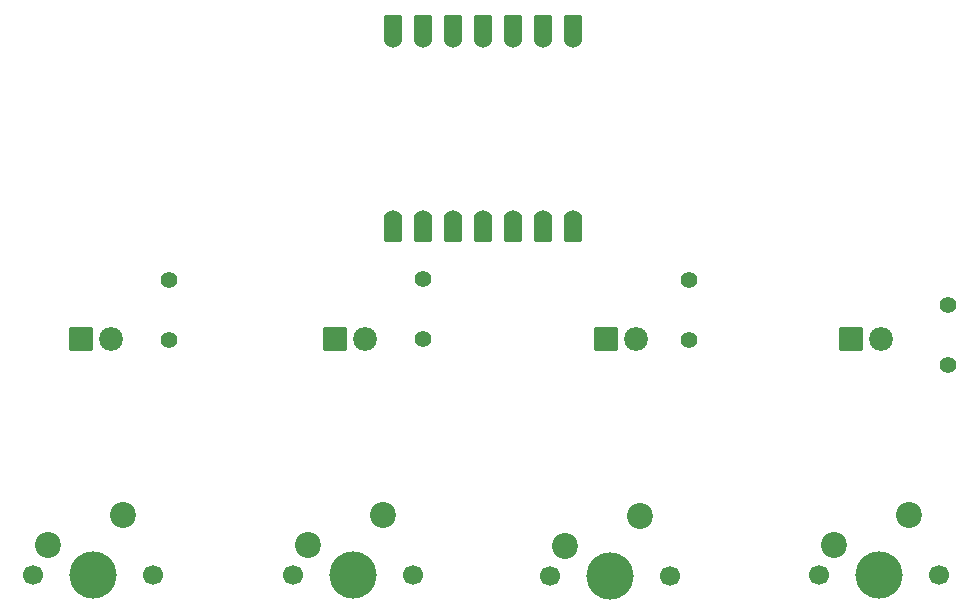
<source format=gbr>
%TF.GenerationSoftware,KiCad,Pcbnew,9.0.2*%
%TF.CreationDate,2025-07-01T17:28:42-07:00*%
%TF.ProjectId,pathfinder,70617468-6669-46e6-9465-722e6b696361,rev?*%
%TF.SameCoordinates,Original*%
%TF.FileFunction,Soldermask,Bot*%
%TF.FilePolarity,Negative*%
%FSLAX46Y46*%
G04 Gerber Fmt 4.6, Leading zero omitted, Abs format (unit mm)*
G04 Created by KiCad (PCBNEW 9.0.2) date 2025-07-01 17:28:42*
%MOMM*%
%LPD*%
G01*
G04 APERTURE LIST*
G04 Aperture macros list*
%AMRoundRect*
0 Rectangle with rounded corners*
0 $1 Rounding radius*
0 $2 $3 $4 $5 $6 $7 $8 $9 X,Y pos of 4 corners*
0 Add a 4 corners polygon primitive as box body*
4,1,4,$2,$3,$4,$5,$6,$7,$8,$9,$2,$3,0*
0 Add four circle primitives for the rounded corners*
1,1,$1+$1,$2,$3*
1,1,$1+$1,$4,$5*
1,1,$1+$1,$6,$7*
1,1,$1+$1,$8,$9*
0 Add four rect primitives between the rounded corners*
20,1,$1+$1,$2,$3,$4,$5,0*
20,1,$1+$1,$4,$5,$6,$7,0*
20,1,$1+$1,$6,$7,$8,$9,0*
20,1,$1+$1,$8,$9,$2,$3,0*%
G04 Aperture macros list end*
%ADD10C,1.700000*%
%ADD11C,4.000000*%
%ADD12C,2.200000*%
%ADD13C,2.019000*%
%ADD14RoundRect,0.102000X-0.907500X-0.907500X0.907500X-0.907500X0.907500X0.907500X-0.907500X0.907500X0*%
%ADD15C,1.400000*%
%ADD16RoundRect,0.152400X-0.609600X1.063600X-0.609600X-1.063600X0.609600X-1.063600X0.609600X1.063600X0*%
%ADD17C,1.524000*%
%ADD18RoundRect,0.152400X0.609600X-1.063600X0.609600X1.063600X-0.609600X1.063600X-0.609600X-1.063600X0*%
G04 APERTURE END LIST*
D10*
%TO.C,SW2*%
X111500000Y-133000000D03*
D11*
X116580000Y-133000000D03*
D10*
X121660000Y-133000000D03*
D12*
X119120000Y-127920000D03*
X112770000Y-130460000D03*
%TD*%
D13*
%TO.C,D1*%
X96040000Y-113000000D03*
D14*
X93500000Y-113000000D03*
%TD*%
D13*
%TO.C,D4*%
X161270000Y-113000000D03*
D14*
X158730000Y-113000000D03*
%TD*%
D13*
%TO.C,D3*%
X140540000Y-113000000D03*
D14*
X138000000Y-113000000D03*
%TD*%
D10*
%TO.C,SW3*%
X133230000Y-133040000D03*
D11*
X138310000Y-133040000D03*
D10*
X143390000Y-133040000D03*
D12*
X140850000Y-127960000D03*
X134500000Y-130500000D03*
%TD*%
D13*
%TO.C,D2*%
X117540000Y-113000000D03*
D14*
X115000000Y-113000000D03*
%TD*%
D10*
%TO.C,SW4*%
X156000000Y-133000000D03*
D11*
X161080000Y-133000000D03*
D10*
X166160000Y-133000000D03*
D12*
X163620000Y-127920000D03*
X157270000Y-130460000D03*
%TD*%
D10*
%TO.C,SW1*%
X89500000Y-133000000D03*
D11*
X94580000Y-133000000D03*
D10*
X99660000Y-133000000D03*
D12*
X97120000Y-127920000D03*
X90770000Y-130460000D03*
%TD*%
D15*
%TO.C,R4*%
X166930000Y-115160000D03*
X166930000Y-110080000D03*
%TD*%
D16*
%TO.C,U1*%
X135200000Y-103635000D03*
D17*
X135200000Y-102800000D03*
D16*
X132660000Y-103635000D03*
D17*
X132660000Y-102800000D03*
D16*
X130120000Y-103635000D03*
D17*
X130120000Y-102800000D03*
D16*
X127580000Y-103635000D03*
D17*
X127580000Y-102800000D03*
D16*
X125040000Y-103635000D03*
D17*
X125040000Y-102800000D03*
D16*
X122500000Y-103635000D03*
D17*
X122500000Y-102800000D03*
D16*
X119960000Y-103635000D03*
D17*
X119960000Y-102800000D03*
X119960000Y-87560000D03*
D18*
X119960000Y-86725000D03*
D17*
X122500000Y-87560000D03*
D18*
X122500000Y-86725000D03*
D17*
X125040000Y-87560000D03*
D18*
X125040000Y-86725000D03*
D17*
X127580000Y-87560000D03*
D18*
X127580000Y-86725000D03*
D17*
X130120000Y-87560000D03*
D18*
X130120000Y-86725000D03*
D17*
X132660000Y-87560000D03*
D18*
X132660000Y-86725000D03*
D17*
X135200000Y-87560000D03*
D18*
X135200000Y-86725000D03*
%TD*%
D15*
%TO.C,R1*%
X101000000Y-113080000D03*
X101000000Y-108000000D03*
%TD*%
%TO.C,R3*%
X145000000Y-113040000D03*
X145000000Y-107960000D03*
%TD*%
%TO.C,R2*%
X122500000Y-113000000D03*
X122500000Y-107920000D03*
%TD*%
M02*

</source>
